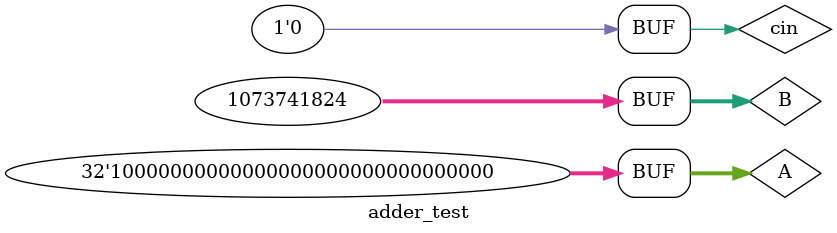
<source format=v>
`timescale 1ns / 1ps


module adder_test;

	// Inputs
	reg [31:0] A;
	reg [31:0] B;
	reg cin;

	// Outputs
	wire [31:0] S;
	wire carry;

	// Instantiate the Unit Under Test (UUT)
	adder uut (
		.A(A), 
		.B(B), 
		.cin(cin), 
		.S(S), 
		.carry(carry)
	);

	initial begin
		// Initialize Inputs
		A = 0;
		B = 0;
		cin = 0;

		// Wait 100 ns for global reset to finish
		#100;
        
		// Add stimulus here
		A = 32'd2147483648;
		B = 32'd1073741824;
		#10;
	end
      
endmodule


</source>
